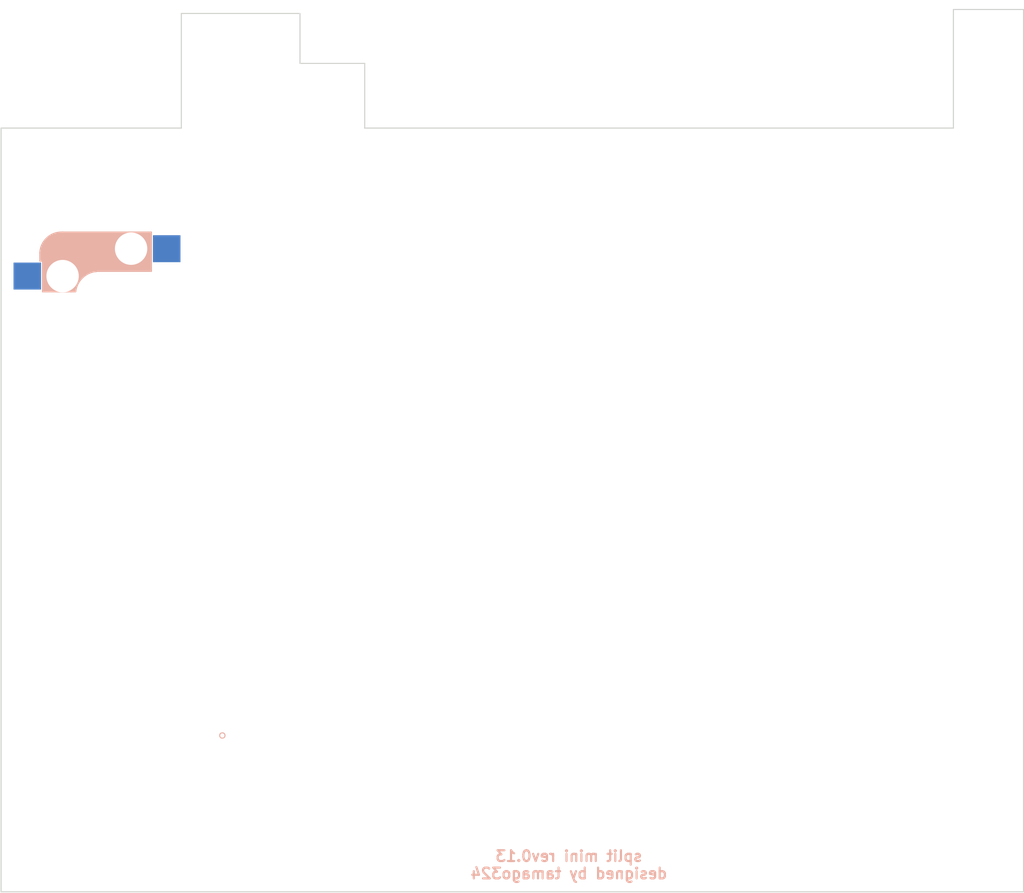
<source format=kicad_pcb>
(kicad_pcb (version 20211014) (generator pcbnew)
  (layers (0 "F.Cu" signal) (31 "B.Cu" signal) (34 "B.Paste" user) (35 "F.Paste" user) (36 "B.SilkS" user "B.Silkscreen") (37 "F.SilkS" user "F.Silkscreen") (38 "B.Mask" user) (39 "F.Mask" user) (44 "Edge.Cuts" user))
  (net 0 "")
  (footprint "split mini:CherryMX_Hotswap_middle" (layer "F.Cu") (at 95.075 74.3)
    (fp_text reference "SW15")
    (fp_text value "SW_Push" hide)
  )
  (footprint "split mini:CherryMX_Hotswap_middle" (layer "F.Cu") (at 44.075 59.85)
    (fp_text reference "SW7")
    (fp_text value "SW_Push" hide)
  )
  (footprint "split mini:CherryMX_Hotswap_middle" (layer "F.Cu") (at 61.075 40.3)
    (fp_text reference "SW3")
    (fp_text value "SW_Push" hide)
  )
  (footprint "foostan_kbd:CherryMX_Hotswap" (layer "F.Cu") (at 27.1 47.07)
    (fp_text reference "REF**" hide)
    (fp_text value "KEY_SWITCH" hide)
    (fp_line (start -5.65 -5.55) (end -5.65 -1.1) (layer "B.SilkS") (width 0.15))
    (fp_line (start -5.9 -4.7) (end -5.9 -3.95) (layer "B.SilkS") (width 0.15))
    (fp_line (start -4.17 -5.1) (end -4.17 -2.86) (layer "B.SilkS") (width 3))
    (fp_line (start -5.65 -1.1) (end -2.62 -1.1) (layer "B.SilkS") (width 0.15))
    (fp_line (start 4.2 -3.25) (end 2.9 -3.3) (layer "B.SilkS") (width 0.5))
    (fp_line (start -5.8 -4.05) (end -5.8 -4.7) (layer "B.SilkS") (width 0.3))
    (fp_line (start 4.38 -4) (end 4.38 -6.25) (layer "B.SilkS") (width 0.15))
    (fp_line (start -0.4 -3) (end 4.4 -3) (layer "B.SilkS") (width 0.15))
    (fp_line (start 4.4 -3) (end 4.4 -6.6) (layer "B.SilkS") (width 0.15))
    (fp_line (start 3.9 -6) (end 3.9 -3.5) (layer "B.SilkS") (width 1))
    (fp_line (start 4.4 -6.6) (end -3.800001 -6.6) (layer "B.SilkS") (width 0.15))
    (fp_line (start 4.25 -6.4) (end 3 -6.4) (layer "B.SilkS") (width 0.4))
    (fp_line (start -5.3 -1.6) (end -5.3 -3.399999) (layer "B.SilkS") (width 0.8))
    (fp_line (start -5.45 -1.3) (end -3 -1.3) (layer "B.SilkS") (width 0.5))
    (fp_line (start -5.9 -3.95) (end -5.7 -3.95) (layer "B.SilkS") (width 0.15))
    (fp_line (start 2.6 -4.8) (end -4.1 -4.8) (layer "B.SilkS") (width 3.5))
    (fp_arc (start -2.616318 -1.121471) (mid -1.868709 -2.486118) (end -0.4 -3) (layer "B.SilkS") (width 0.15))
    (fp_arc (start -3.016318 -1.521471) (mid -2.268709 -2.886118) (end -0.8 -3.4) (layer "B.SilkS") (width 1))
    (fp_arc (start -5.9 -4.699999) (mid -5.243504 -6.084924) (end -3.800001 -6.6) (layer "B.SilkS") (width 0.15))
    (pad "" np_thru_hole circle locked (at 5.08 0) (size 1.9 1.9) (drill 1.9) (layers *.Cu *.Mask))
    (pad "" np_thru_hole circle locked (at 2.54 -5.08) (size 3 3) (drill 3) (layers *.Cu *.Mask))
    (pad "" np_thru_hole circle locked (at -5.08 0) (size 1.9 1.9) (drill 1.9) (layers *.Cu *.Mask))
    (pad "" np_thru_hole circle locked (at 0 0 90) (size 4.1 4.1) (drill 4.1) (layers *.Cu *.Mask))
    (pad "" np_thru_hole circle locked (at -3.81 -2.54) (size 3 3) (drill 3) (layers *.Cu *.Mask))
    (pad "1" smd rect locked (at -7.085 -2.54 180) (size 2.55 2.5) (layers "B.Cu" "B.Paste" "B.Mask"))
    (pad "2" smd rect locked (at 5.842 -5.08 180) (size 2.55 2.5) (layers "B.Cu" "B.Paste" "B.Mask"))
  )
  (footprint "split mini:CherryMX_Hotswap_middle" (layer "F.Cu") (at 27.1 64.1)
    (fp_text reference "SW6")
    (fp_text value "SW_Push" hide)
  )
  (footprint "split mini:CherryMX_Hotswap_middle" (layer "F.Cu") (at 84.875 92.15)
    (fp_text reference "SW17")
    (fp_text value "SW_Push" hide)
  )
  (footprint "split mini:CherryMX_Hotswap_middle" (layer "F.Cu") (at 78.085 74.315)
    (fp_text reference "SW14")
    (fp_text value "SW_Push" hide)
  )
  (footprint "split mini:CherryMX_Hotswap_middle" (layer "F.Cu") (at 78.075 57.3)
    (fp_text reference "SW9")
    (fp_text value "SW_Push" hide)
  )
  (footprint "split mini:CherryMX_Hotswap_middle" (layer "F.Cu") (at 61.075 57.3)
    (fp_text reference "SW8")
    (fp_text value "SW_Push" hide)
  )
  (footprint "split mini:CherryMX_Hotswap_middle" (layer "F.Cu") (at 95.05 57.3)
    (fp_text reference "SW10")
    (fp_text value "SW_Push" hide)
  )
  (footprint "split mini:CherryMX_Hotswap_middle" (layer "F.Cu") (at 27.085 81.08)
    (fp_text reference "SW11")
    (fp_text value "SW_Push" hide)
  )
  (footprint "split mini:CherryMX_Hotswap_middle" (layer "F.Cu") (at 27.1 47.075)
    (fp_text reference "SW1")
    (fp_text value "SW_Push" hide)
  )
  (footprint "split mini:CherryMX_Hotswap_middle" (layer "F.Cu") (at 44.05 76.825)
    (fp_text reference "SW12")
    (fp_text value "SW_Push" hide)
  )
  (footprint "split mini:CherryMX_Hotswap_middle" (layer "F.Cu") (at 95.075 40.3)
    (fp_text reference "SW5")
    (fp_text value "SW_Push" hide)
  )
  (footprint "split mini:CherryMX_Hotswap_middle" (layer "F.Cu") (at 44.075 42.85)
    (fp_text reference "SW2")
    (fp_text value "SW_Push" hide)
  )
  (footprint "split mini:CherryMX_Hotswap_middle" (layer "F.Cu") (at 61.075 74.275)
    (fp_text reference "SW13")
    (fp_text value "SW_Push" hide)
  )
  (footprint "split mini:CherryMX_Hotswap_middle" (layer "F.Cu") (at 67.875 92.15)
    (fp_text reference "SW16")
    (fp_text value "SW_Push" hide)
  )
  (footprint "split mini:CherryMX_Hotswap_middle" (layer "F.Cu") (at 78.075 40.3)
    (fp_text reference "SW4")
    (fp_text value "SW_Push" hide)
  )
  (footprint "split mini:CherryMX_Hotswap_middle" (layer "F.Cu") (at 101.875 92.15)
    (fp_text reference "SW18")
    (fp_text value "SW_Push" hide)
  )
  (gr_circle (center 38.1 87.15) (end 38.33 87.24) (layer "B.SilkS") (width 0.1) (fill none))
  (gr_line (start 45.3 24.8) (end 51.3 24.8) (layer "Edge.Cuts") (width 0.1))
  (gr_line (start 112.386197 19.8) (end 112.386197 101.65) (layer "Edge.Cuts") (width 0.1))
  (gr_line (start 34.3 20.168424) (end 45.3 20.168424) (layer "Edge.Cuts") (width 0.1))
  (gr_line (start 17.586197 30.8) (end 34.3 30.8) (layer "Edge.Cuts") (width 0.1))
  (gr_line (start 105.886197 19.8) (end 112.386197 19.8) (layer "Edge.Cuts") (width 0.1))
  (gr_line (start 105.886197 30.8) (end 105.886197 19.8) (layer "Edge.Cuts") (width 0.1))
  (gr_line (start 34.3 30.8) (end 34.3 20.168424) (layer "Edge.Cuts") (width 0.1))
  (gr_line (start 17.586197 101.65) (end 17.586197 30.8) (layer "Edge.Cuts") (width 0.1))
  (gr_line (start 51.3 24.8) (end 51.3 30.8) (layer "Edge.Cuts") (width 0.1))
  (gr_line (start 51.3 30.8) (end 105.886197 30.8) (layer "Edge.Cuts") (width 0.1))
  (gr_line (start 45.3 20.168424) (end 45.3 24.8) (layer "Edge.Cuts") (width 0.1))
  (gr_line (start 112.386197 101.65) (end 17.586197 101.65) (layer "Edge.Cuts") (width 0.1))
  (gr_text "split mini rev0.13\ndesigned by tamago324" (at 70.225 99.15) (layer "B.SilkS") (effects (font (size 1 1) (thickness 0.2)) (justify mirror)))
)
</source>
